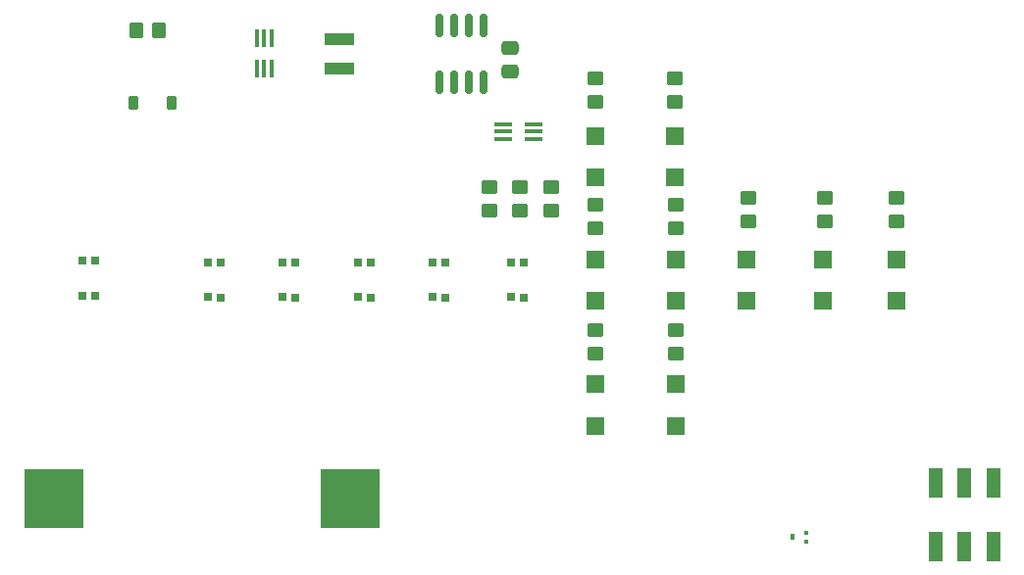
<source format=gbr>
%TF.GenerationSoftware,KiCad,Pcbnew,7.0.7*%
%TF.CreationDate,2023-11-20T21:29:34+01:00*%
%TF.ProjectId,sss_ornament_2023,7373735f-6f72-46e6-916d-656e745f3230,rev?*%
%TF.SameCoordinates,Original*%
%TF.FileFunction,Paste,Bot*%
%TF.FilePolarity,Positive*%
%FSLAX46Y46*%
G04 Gerber Fmt 4.6, Leading zero omitted, Abs format (unit mm)*
G04 Created by KiCad (PCBNEW 7.0.7) date 2023-11-20 21:29:34*
%MOMM*%
%LPD*%
G01*
G04 APERTURE LIST*
G04 Aperture macros list*
%AMRoundRect*
0 Rectangle with rounded corners*
0 $1 Rounding radius*
0 $2 $3 $4 $5 $6 $7 $8 $9 X,Y pos of 4 corners*
0 Add a 4 corners polygon primitive as box body*
4,1,4,$2,$3,$4,$5,$6,$7,$8,$9,$2,$3,0*
0 Add four circle primitives for the rounded corners*
1,1,$1+$1,$2,$3*
1,1,$1+$1,$4,$5*
1,1,$1+$1,$6,$7*
1,1,$1+$1,$8,$9*
0 Add four rect primitives between the rounded corners*
20,1,$1+$1,$2,$3,$4,$5,0*
20,1,$1+$1,$4,$5,$6,$7,0*
20,1,$1+$1,$6,$7,$8,$9,0*
20,1,$1+$1,$8,$9,$2,$3,0*%
G04 Aperture macros list end*
%ADD10R,0.700000X0.800000*%
%ADD11RoundRect,0.150000X0.150000X-0.825000X0.150000X0.825000X-0.150000X0.825000X-0.150000X-0.825000X0*%
%ADD12R,1.600000X1.500000*%
%ADD13RoundRect,0.250000X0.450000X-0.350000X0.450000X0.350000X-0.450000X0.350000X-0.450000X-0.350000X0*%
%ADD14RoundRect,0.225000X0.225000X0.375000X-0.225000X0.375000X-0.225000X-0.375000X0.225000X-0.375000X0*%
%ADD15R,1.200000X2.500000*%
%ADD16R,0.400000X1.500000*%
%ADD17R,5.100000X5.100000*%
%ADD18R,0.450000X0.400000*%
%ADD19R,0.450000X0.500000*%
%ADD20RoundRect,0.250000X0.475000X-0.337500X0.475000X0.337500X-0.475000X0.337500X-0.475000X-0.337500X0*%
%ADD21R,1.500000X0.400000*%
%ADD22R,2.500000X1.000000*%
%ADD23RoundRect,0.250000X0.350000X0.450000X-0.350000X0.450000X-0.350000X-0.450000X0.350000X-0.450000X0*%
G04 APERTURE END LIST*
D10*
%TO.C,D15*%
X102574000Y-83415000D03*
X102574000Y-80415000D03*
X103674000Y-83439000D03*
X103674000Y-80415000D03*
%TD*%
D11*
%TO.C,U1*%
X126365000Y-64832000D03*
X125095000Y-64832000D03*
X123825000Y-64832000D03*
X122555000Y-64832000D03*
X122555000Y-59882000D03*
X123825000Y-59882000D03*
X125095000Y-59882000D03*
X126365000Y-59882000D03*
%TD*%
D12*
%TO.C,D6*%
X149098000Y-80115000D03*
X149098000Y-83715000D03*
%TD*%
D13*
%TO.C,R1*%
X143002000Y-77454000D03*
X143002000Y-75454000D03*
%TD*%
%TO.C,R7*%
X162052000Y-76819000D03*
X162052000Y-74819000D03*
%TD*%
%TO.C,R13*%
X143002000Y-88249000D03*
X143002000Y-86249000D03*
%TD*%
D10*
%TO.C,D17*%
X91779000Y-83264000D03*
X91779000Y-80264000D03*
X92879000Y-83288000D03*
X92879000Y-80264000D03*
%TD*%
D14*
%TO.C,D1*%
X99440000Y-66635000D03*
X96140000Y-66635000D03*
%TD*%
D12*
%TO.C,D12*%
X136017000Y-90924500D03*
X136017000Y-94524500D03*
%TD*%
%TO.C,D4*%
X155702000Y-80115000D03*
X155702000Y-83715000D03*
%TD*%
D13*
%TO.C,R16*%
X126873000Y-75930000D03*
X126873000Y-73930000D03*
%TD*%
D15*
%TO.C,S2*%
X170394000Y-104985000D03*
X167894000Y-104985000D03*
X165394000Y-104985000D03*
X170394000Y-99485000D03*
X167894000Y-99485000D03*
X165394000Y-99485000D03*
%TD*%
D13*
%TO.C,R15*%
X129540000Y-75930000D03*
X129540000Y-73930000D03*
%TD*%
%TO.C,R14*%
X132207000Y-75930000D03*
X132207000Y-73930000D03*
%TD*%
D12*
%TO.C,D9*%
X142875000Y-69447000D03*
X142875000Y-73047000D03*
%TD*%
D10*
%TO.C,D5*%
X128736000Y-83415000D03*
X128736000Y-80415000D03*
X129836000Y-83439000D03*
X129836000Y-80415000D03*
%TD*%
%TO.C,D3*%
X122005000Y-83415000D03*
X122005000Y-80415000D03*
X123105000Y-83439000D03*
X123105000Y-80415000D03*
%TD*%
D12*
%TO.C,D13*%
X143002000Y-90924500D03*
X143002000Y-94524500D03*
%TD*%
D13*
%TO.C,R5*%
X136017000Y-77454000D03*
X136017000Y-75454000D03*
%TD*%
%TO.C,R2*%
X142875000Y-66532000D03*
X142875000Y-64532000D03*
%TD*%
D16*
%TO.C,Q3*%
X106792000Y-61027000D03*
X107442000Y-61027000D03*
X108092000Y-61027000D03*
X108092000Y-63687000D03*
X107442000Y-63687000D03*
X106792000Y-63687000D03*
%TD*%
D17*
%TO.C,BT1*%
X89308000Y-100838000D03*
X114908000Y-100838000D03*
%TD*%
D10*
%TO.C,D14*%
X109051000Y-83415000D03*
X109051000Y-80415000D03*
X110151000Y-83439000D03*
X110151000Y-80415000D03*
%TD*%
D13*
%TO.C,R11*%
X149225000Y-76819000D03*
X149225000Y-74819000D03*
%TD*%
D12*
%TO.C,D2*%
X162022831Y-80115000D03*
X162022831Y-83715000D03*
%TD*%
%TO.C,D8*%
X143002000Y-80115000D03*
X143002000Y-83715000D03*
%TD*%
D18*
%TO.C,Q1*%
X154245000Y-103740000D03*
X154245000Y-104540000D03*
D19*
X153095000Y-104140000D03*
%TD*%
D13*
%TO.C,R9*%
X155829000Y-76819000D03*
X155829000Y-74819000D03*
%TD*%
D10*
%TO.C,D7*%
X115570000Y-83415000D03*
X115570000Y-80415000D03*
X116670000Y-83439000D03*
X116670000Y-80415000D03*
%TD*%
D20*
%TO.C,C1*%
X128651000Y-63902500D03*
X128651000Y-61827500D03*
%TD*%
D21*
%TO.C,Q2*%
X128083000Y-69738000D03*
X128083000Y-69088000D03*
X128083000Y-68438000D03*
X130743000Y-68438000D03*
X130743000Y-69088000D03*
X130743000Y-69738000D03*
%TD*%
D12*
%TO.C,D10*%
X136017000Y-69447000D03*
X136017000Y-73047000D03*
%TD*%
D22*
%TO.C,J1*%
X113982000Y-63627000D03*
X113982000Y-61087000D03*
%TD*%
D13*
%TO.C,R3*%
X136017000Y-66532000D03*
X136017000Y-64532000D03*
%TD*%
%TO.C,R6*%
X136017000Y-88249000D03*
X136017000Y-86249000D03*
%TD*%
D12*
%TO.C,D11*%
X136017000Y-80129500D03*
X136017000Y-83729500D03*
%TD*%
D23*
%TO.C,R4*%
X98393000Y-60368500D03*
X96393000Y-60368500D03*
%TD*%
M02*

</source>
